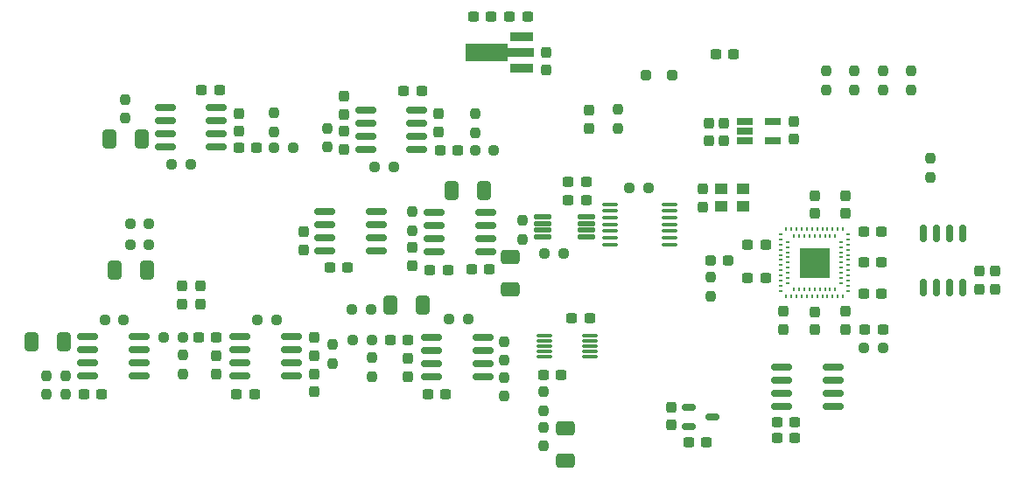
<source format=gtp>
G04 #@! TF.GenerationSoftware,KiCad,Pcbnew,8.0.8*
G04 #@! TF.CreationDate,2025-01-31T08:36:52-06:00*
G04 #@! TF.ProjectId,delay_pedal,64656c61-795f-4706-9564-616c2e6b6963,rev?*
G04 #@! TF.SameCoordinates,Original*
G04 #@! TF.FileFunction,Paste,Top*
G04 #@! TF.FilePolarity,Positive*
%FSLAX46Y46*%
G04 Gerber Fmt 4.6, Leading zero omitted, Abs format (unit mm)*
G04 Created by KiCad (PCBNEW 8.0.8) date 2025-01-31 08:36:52*
%MOMM*%
%LPD*%
G01*
G04 APERTURE LIST*
G04 Aperture macros list*
%AMRoundRect*
0 Rectangle with rounded corners*
0 $1 Rounding radius*
0 $2 $3 $4 $5 $6 $7 $8 $9 X,Y pos of 4 corners*
0 Add a 4 corners polygon primitive as box body*
4,1,4,$2,$3,$4,$5,$6,$7,$8,$9,$2,$3,0*
0 Add four circle primitives for the rounded corners*
1,1,$1+$1,$2,$3*
1,1,$1+$1,$4,$5*
1,1,$1+$1,$6,$7*
1,1,$1+$1,$8,$9*
0 Add four rect primitives between the rounded corners*
20,1,$1+$1,$2,$3,$4,$5,0*
20,1,$1+$1,$4,$5,$6,$7,0*
20,1,$1+$1,$6,$7,$8,$9,0*
20,1,$1+$1,$8,$9,$2,$3,0*%
%AMFreePoly0*
4,1,9,5.362500,-0.866500,1.237500,-0.866500,1.237500,-0.450000,-1.237500,-0.450000,-1.237500,0.450000,1.237500,0.450000,1.237500,0.866500,5.362500,0.866500,5.362500,-0.866500,5.362500,-0.866500,$1*%
G04 Aperture macros list end*
%ADD10C,0.010000*%
%ADD11RoundRect,0.237500X-0.237500X0.250000X-0.237500X-0.250000X0.237500X-0.250000X0.237500X0.250000X0*%
%ADD12RoundRect,0.237500X-0.237500X0.300000X-0.237500X-0.300000X0.237500X-0.300000X0.237500X0.300000X0*%
%ADD13RoundRect,0.237500X0.300000X0.237500X-0.300000X0.237500X-0.300000X-0.237500X0.300000X-0.237500X0*%
%ADD14RoundRect,0.237500X0.237500X-0.300000X0.237500X0.300000X-0.237500X0.300000X-0.237500X-0.300000X0*%
%ADD15RoundRect,0.237500X0.237500X-0.250000X0.237500X0.250000X-0.237500X0.250000X-0.237500X-0.250000X0*%
%ADD16RoundRect,0.237500X-0.250000X-0.237500X0.250000X-0.237500X0.250000X0.237500X-0.250000X0.237500X0*%
%ADD17RoundRect,0.237500X-0.237500X0.287500X-0.237500X-0.287500X0.237500X-0.287500X0.237500X0.287500X0*%
%ADD18RoundRect,0.150000X-0.825000X-0.150000X0.825000X-0.150000X0.825000X0.150000X-0.825000X0.150000X0*%
%ADD19RoundRect,0.125000X-0.687500X-0.125000X0.687500X-0.125000X0.687500X0.125000X-0.687500X0.125000X0*%
%ADD20RoundRect,0.237500X-0.287500X-0.237500X0.287500X-0.237500X0.287500X0.237500X-0.287500X0.237500X0*%
%ADD21RoundRect,0.237500X0.250000X0.237500X-0.250000X0.237500X-0.250000X-0.237500X0.250000X-0.237500X0*%
%ADD22RoundRect,0.237500X-0.300000X-0.237500X0.300000X-0.237500X0.300000X0.237500X-0.300000X0.237500X0*%
%ADD23RoundRect,0.237500X0.237500X-0.287500X0.237500X0.287500X-0.237500X0.287500X-0.237500X-0.287500X0*%
%ADD24R,2.300000X0.900000*%
%ADD25FreePoly0,180.000000*%
%ADD26RoundRect,0.075000X-0.650000X-0.075000X0.650000X-0.075000X0.650000X0.075000X-0.650000X0.075000X0*%
%ADD27RoundRect,0.150000X0.825000X0.150000X-0.825000X0.150000X-0.825000X-0.150000X0.825000X-0.150000X0*%
%ADD28R,1.560000X0.650000*%
%ADD29RoundRect,0.250000X0.412500X0.650000X-0.412500X0.650000X-0.412500X-0.650000X0.412500X-0.650000X0*%
%ADD30R,0.400000X0.220000*%
%ADD31R,0.220000X0.400000*%
%ADD32RoundRect,0.250000X0.250000X0.250000X-0.250000X0.250000X-0.250000X-0.250000X0.250000X-0.250000X0*%
%ADD33RoundRect,0.250000X-0.650000X0.412500X-0.650000X-0.412500X0.650000X-0.412500X0.650000X0.412500X0*%
%ADD34RoundRect,0.250000X-0.412500X-0.650000X0.412500X-0.650000X0.412500X0.650000X-0.412500X0.650000X0*%
%ADD35RoundRect,0.150000X0.150000X-0.675000X0.150000X0.675000X-0.150000X0.675000X-0.150000X-0.675000X0*%
%ADD36RoundRect,0.150000X-0.512500X-0.150000X0.512500X-0.150000X0.512500X0.150000X-0.512500X0.150000X0*%
%ADD37RoundRect,0.100000X0.637500X0.100000X-0.637500X0.100000X-0.637500X-0.100000X0.637500X-0.100000X0*%
%ADD38RoundRect,0.250000X0.650000X-0.412500X0.650000X0.412500X-0.650000X0.412500X-0.650000X-0.412500X0*%
%ADD39R,1.300000X1.100000*%
G04 APERTURE END LIST*
D10*
X182705614Y-103556414D02*
X179922014Y-103556414D01*
X179922014Y-100772814D01*
X182705614Y-100772814D01*
X182705614Y-103556414D01*
G36*
X182705614Y-103556414D02*
G01*
X179922014Y-103556414D01*
X179922014Y-100772814D01*
X182705614Y-100772814D01*
X182705614Y-103556414D01*
G37*
D11*
X155087500Y-118125000D03*
X155087500Y-119950000D03*
D12*
X170500000Y-95037500D03*
X170500000Y-96762500D03*
D13*
X112364214Y-114929214D03*
X110639214Y-114929214D03*
D14*
X135764214Y-87794214D03*
X135764214Y-86069214D03*
D15*
X120201714Y-112929214D03*
X120201714Y-111104214D03*
D16*
X136575000Y-106700000D03*
X138400000Y-106700000D03*
D12*
X171064214Y-88639214D03*
X171064214Y-90364214D03*
D17*
X120164214Y-104414214D03*
X120164214Y-106164214D03*
D12*
X167414214Y-116189214D03*
X167414214Y-117914214D03*
D18*
X144514214Y-97319214D03*
X144514214Y-98589214D03*
X144514214Y-99859214D03*
X144514214Y-101129214D03*
X149464214Y-101129214D03*
X149464214Y-99859214D03*
X149464214Y-98589214D03*
X149464214Y-97319214D03*
D11*
X171250000Y-103587500D03*
X171250000Y-105412500D03*
D19*
X155026714Y-97729214D03*
X155026714Y-98379214D03*
X155026714Y-99029214D03*
X155026714Y-99679214D03*
X159251714Y-99679214D03*
X159251714Y-99029214D03*
X159251714Y-98379214D03*
X159251714Y-97729214D03*
D20*
X171250000Y-102000000D03*
X173000000Y-102000000D03*
D15*
X142414214Y-99071714D03*
X142414214Y-97246714D03*
D16*
X145976714Y-107629214D03*
X147801714Y-107629214D03*
D21*
X120201714Y-109429214D03*
X118376714Y-109429214D03*
D22*
X140251714Y-109684214D03*
X141976714Y-109684214D03*
D23*
X159500000Y-89162500D03*
X159500000Y-87412500D03*
D14*
X135764214Y-91194214D03*
X135764214Y-89469214D03*
D11*
X192500000Y-92087500D03*
X192500000Y-93912500D03*
X155100000Y-114675000D03*
X155100000Y-116500000D03*
D16*
X148464214Y-91269214D03*
X150289214Y-91269214D03*
D13*
X145826714Y-102879214D03*
X144101714Y-102879214D03*
D15*
X187914214Y-85414214D03*
X187914214Y-83589214D03*
D12*
X178314214Y-106914214D03*
X178314214Y-108639214D03*
X131914214Y-99189214D03*
X131914214Y-100914214D03*
D13*
X149876714Y-102829214D03*
X148151714Y-102829214D03*
D18*
X178150000Y-112260000D03*
X178150000Y-113530000D03*
X178150000Y-114800000D03*
X178150000Y-116070000D03*
X183100000Y-116070000D03*
X183100000Y-114800000D03*
X183100000Y-113530000D03*
X183100000Y-112260000D03*
D16*
X163425000Y-94914214D03*
X165250000Y-94914214D03*
D11*
X107014214Y-113124214D03*
X107014214Y-114949214D03*
D15*
X114614214Y-88176714D03*
X114614214Y-86351714D03*
D21*
X116914214Y-100414214D03*
X115089214Y-100414214D03*
D22*
X155076714Y-113029214D03*
X156801714Y-113029214D03*
X169137500Y-119600000D03*
X170862500Y-119600000D03*
D12*
X184314214Y-106914214D03*
X184314214Y-108639214D03*
X123451714Y-111204214D03*
X123451714Y-112929214D03*
D24*
X152964214Y-83314214D03*
D25*
X152876714Y-81814214D03*
D24*
X152964214Y-80314214D03*
D21*
X157012500Y-101300000D03*
X155187500Y-101300000D03*
D26*
X155151714Y-109279214D03*
X155151714Y-109779214D03*
X155151714Y-110279214D03*
X155151714Y-110779214D03*
X155151714Y-111279214D03*
X159551714Y-111279214D03*
X159551714Y-110779214D03*
X159551714Y-110279214D03*
X159551714Y-109779214D03*
X159551714Y-109279214D03*
D23*
X121914214Y-106164214D03*
X121914214Y-104414214D03*
D11*
X153100000Y-98075000D03*
X153100000Y-99900000D03*
D13*
X150039214Y-78314214D03*
X148314214Y-78314214D03*
D12*
X198750000Y-103000000D03*
X198750000Y-104725000D03*
D22*
X157475000Y-94350000D03*
X159200000Y-94350000D03*
D27*
X142839214Y-91174214D03*
X142839214Y-89904214D03*
X142839214Y-88634214D03*
X142839214Y-87364214D03*
X137889214Y-87364214D03*
X137889214Y-88634214D03*
X137889214Y-89904214D03*
X137889214Y-91174214D03*
D16*
X119114214Y-92664214D03*
X120939214Y-92664214D03*
D13*
X146789214Y-91269214D03*
X145064214Y-91269214D03*
D28*
X174564214Y-88464214D03*
X174564214Y-89414214D03*
X174564214Y-90364214D03*
X177264214Y-90364214D03*
X177264214Y-88464214D03*
D29*
X116200000Y-90200000D03*
X113075000Y-90200000D03*
D12*
X181314214Y-106939214D03*
X181314214Y-108664214D03*
D14*
X125614214Y-89426714D03*
X125614214Y-87701714D03*
D27*
X123464214Y-90974214D03*
X123464214Y-89704214D03*
X123464214Y-88434214D03*
X123464214Y-87164214D03*
X118514214Y-87164214D03*
X118514214Y-88434214D03*
X118514214Y-89704214D03*
X118514214Y-90974214D03*
D16*
X115089214Y-98414214D03*
X116914214Y-98414214D03*
D30*
X178064214Y-99414214D03*
X178064214Y-99914214D03*
X178064214Y-100414214D03*
X178064214Y-100914214D03*
X178064214Y-101414214D03*
X178064214Y-101914214D03*
X178064214Y-102414214D03*
X178064214Y-102914214D03*
X178064214Y-103414214D03*
X178064214Y-103914214D03*
X178064214Y-104414214D03*
X178064214Y-104914214D03*
D31*
X178564214Y-105414214D03*
X179064214Y-105414214D03*
X179564214Y-105414214D03*
X180064214Y-105414214D03*
X180564214Y-105414214D03*
X181064214Y-105414214D03*
X181564214Y-105414214D03*
X182064214Y-105414214D03*
X182564214Y-105414214D03*
X183064214Y-105414214D03*
X183564214Y-105414214D03*
X184064214Y-105414214D03*
D30*
X184564214Y-104914214D03*
X184564214Y-104414214D03*
X184564214Y-103914214D03*
X184564214Y-103414214D03*
X184564214Y-102914214D03*
X184564214Y-102414214D03*
X184564214Y-101914214D03*
X184564214Y-101414214D03*
X184564214Y-100914214D03*
X184564214Y-100414214D03*
X184564214Y-99914214D03*
X184564214Y-99414214D03*
D31*
X184064214Y-98914214D03*
X183564214Y-98914214D03*
X183064214Y-98914214D03*
X182564214Y-98914214D03*
X182064214Y-98914214D03*
X181564214Y-98914214D03*
X181064214Y-98914214D03*
X180564214Y-98914214D03*
X180064214Y-98914214D03*
X179564214Y-98914214D03*
X179064214Y-98914214D03*
X178564214Y-98914214D03*
D30*
X178714214Y-100164214D03*
X178714214Y-100664214D03*
X178714214Y-101164214D03*
X178714214Y-101664214D03*
X178714214Y-102164214D03*
X178714214Y-102664214D03*
X178714214Y-103164214D03*
X178714214Y-103664214D03*
X178714214Y-104164214D03*
D31*
X179314214Y-104764214D03*
X179814214Y-104764214D03*
X180314214Y-104764214D03*
X180814214Y-104764214D03*
X181314214Y-104764214D03*
X181814214Y-104764214D03*
X182314214Y-104764214D03*
X182814214Y-104764214D03*
X183314214Y-104764214D03*
D30*
X183914214Y-104164214D03*
X183914214Y-103664214D03*
X183914214Y-103164214D03*
X183914214Y-102664214D03*
X183914214Y-102164214D03*
X183914214Y-101664214D03*
X183914214Y-101164214D03*
X183914214Y-100664214D03*
X183914214Y-100164214D03*
D31*
X183314214Y-99564214D03*
X182814214Y-99564214D03*
X182314214Y-99564214D03*
X181814214Y-99564214D03*
X181314214Y-99564214D03*
X180814214Y-99564214D03*
X180314214Y-99564214D03*
X179814214Y-99564214D03*
X179314214Y-99564214D03*
D18*
X133964214Y-97259214D03*
X133964214Y-98529214D03*
X133964214Y-99799214D03*
X133964214Y-101069214D03*
X138914214Y-101069214D03*
X138914214Y-99799214D03*
X138914214Y-98529214D03*
X138914214Y-97259214D03*
D12*
X141976714Y-111459214D03*
X141976714Y-113184214D03*
D32*
X167500000Y-84000000D03*
X165000000Y-84000000D03*
D12*
X132951714Y-112954214D03*
X132951714Y-114679214D03*
D15*
X162250000Y-89162500D03*
X162250000Y-87337500D03*
D21*
X138476714Y-109684214D03*
X136651714Y-109684214D03*
D12*
X172564214Y-88639214D03*
X172564214Y-90364214D03*
D22*
X157475000Y-96100000D03*
X159200000Y-96100000D03*
D15*
X182414214Y-85414214D03*
X182414214Y-83589214D03*
D14*
X144964214Y-89494214D03*
X144964214Y-87769214D03*
D15*
X108826714Y-114936714D03*
X108826714Y-113111714D03*
D13*
X127114214Y-114929214D03*
X125389214Y-114929214D03*
D22*
X186189214Y-108664214D03*
X187914214Y-108664214D03*
X141564214Y-85500000D03*
X143289214Y-85500000D03*
X186089214Y-105164214D03*
X187814214Y-105164214D03*
D18*
X144276714Y-109374214D03*
X144276714Y-110644214D03*
X144276714Y-111914214D03*
X144276714Y-113184214D03*
X149226714Y-113184214D03*
X149226714Y-111914214D03*
X149226714Y-110644214D03*
X149226714Y-109374214D03*
D22*
X121726714Y-109429214D03*
X123451714Y-109429214D03*
D14*
X155314214Y-83539214D03*
X155314214Y-81814214D03*
D12*
X142414214Y-100734214D03*
X142414214Y-102459214D03*
D33*
X157200000Y-118237500D03*
X157200000Y-121362500D03*
D11*
X129014214Y-87651714D03*
X129014214Y-89476714D03*
D16*
X129014214Y-91064214D03*
X130839214Y-91064214D03*
D15*
X185164214Y-85414214D03*
X185164214Y-83589214D03*
D16*
X138764214Y-92869214D03*
X140589214Y-92869214D03*
D21*
X114476714Y-107724214D03*
X112651714Y-107724214D03*
D22*
X122014214Y-85414214D03*
X123739214Y-85414214D03*
D34*
X146175000Y-95200000D03*
X149300000Y-95200000D03*
D29*
X143400000Y-106300000D03*
X140275000Y-106300000D03*
D16*
X186089214Y-110414214D03*
X187914214Y-110414214D03*
D11*
X134164214Y-89169214D03*
X134164214Y-90994214D03*
D35*
X191845000Y-104625000D03*
X193115000Y-104625000D03*
X194385000Y-104625000D03*
X195655000Y-104625000D03*
X195655000Y-99375000D03*
X194385000Y-99375000D03*
X193115000Y-99375000D03*
X191845000Y-99375000D03*
D29*
X116700000Y-102900000D03*
X113575000Y-102900000D03*
D13*
X179400000Y-119165000D03*
X177675000Y-119165000D03*
D36*
X169162500Y-116150000D03*
X169162500Y-118050000D03*
X171437500Y-117100000D03*
D18*
X125751714Y-109369214D03*
X125751714Y-110639214D03*
X125751714Y-111909214D03*
X125751714Y-113179214D03*
X130701714Y-113179214D03*
X130701714Y-111909214D03*
X130701714Y-110639214D03*
X130701714Y-109369214D03*
D15*
X190664214Y-85414214D03*
X190664214Y-83589214D03*
D13*
X136164214Y-102664214D03*
X134439214Y-102664214D03*
D22*
X186064214Y-102164214D03*
X187789214Y-102164214D03*
D13*
X176564214Y-100414214D03*
X174839214Y-100414214D03*
D12*
X132951714Y-109454214D03*
X132951714Y-111179214D03*
D15*
X138476714Y-113184214D03*
X138476714Y-111359214D03*
D12*
X197250000Y-103000000D03*
X197250000Y-104725000D03*
D13*
X159551714Y-107529214D03*
X157826714Y-107529214D03*
X153539214Y-78314214D03*
X151814214Y-78314214D03*
X127339214Y-91064214D03*
X125614214Y-91064214D03*
D12*
X179314214Y-88501714D03*
X179314214Y-90226714D03*
D13*
X179400000Y-117665000D03*
X177675000Y-117665000D03*
D18*
X111001714Y-109369214D03*
X111001714Y-110639214D03*
X111001714Y-111909214D03*
X111001714Y-113179214D03*
X115951714Y-113179214D03*
X115951714Y-111909214D03*
X115951714Y-110639214D03*
X115951714Y-109369214D03*
D13*
X176564214Y-103664214D03*
X174839214Y-103664214D03*
X145639214Y-114934214D03*
X143914214Y-114934214D03*
D34*
X105537500Y-109800000D03*
X108662500Y-109800000D03*
D21*
X129251714Y-107679214D03*
X127426714Y-107679214D03*
D22*
X186089214Y-99164214D03*
X187814214Y-99164214D03*
X171775000Y-82000000D03*
X173500000Y-82000000D03*
D14*
X184314214Y-97414214D03*
X184314214Y-95689214D03*
D11*
X148464214Y-87769214D03*
X148464214Y-89594214D03*
X151301714Y-109804214D03*
X151301714Y-111629214D03*
D37*
X167251714Y-100404214D03*
X167251714Y-99754214D03*
X167251714Y-99104214D03*
X167251714Y-98454214D03*
X167251714Y-97804214D03*
X167251714Y-97154214D03*
X167251714Y-96504214D03*
X161526714Y-96504214D03*
X161526714Y-97154214D03*
X161526714Y-97804214D03*
X161526714Y-98454214D03*
X161526714Y-99104214D03*
X161526714Y-99754214D03*
X161526714Y-100404214D03*
D15*
X134701714Y-111929214D03*
X134701714Y-110104214D03*
D14*
X181314214Y-97414214D03*
X181314214Y-95689214D03*
D38*
X151900000Y-104762500D03*
X151900000Y-101637500D03*
D11*
X151300000Y-113275000D03*
X151300000Y-115100000D03*
D39*
X172300000Y-96700000D03*
X174400000Y-96700000D03*
X174400000Y-95050000D03*
X172300000Y-95050000D03*
M02*

</source>
